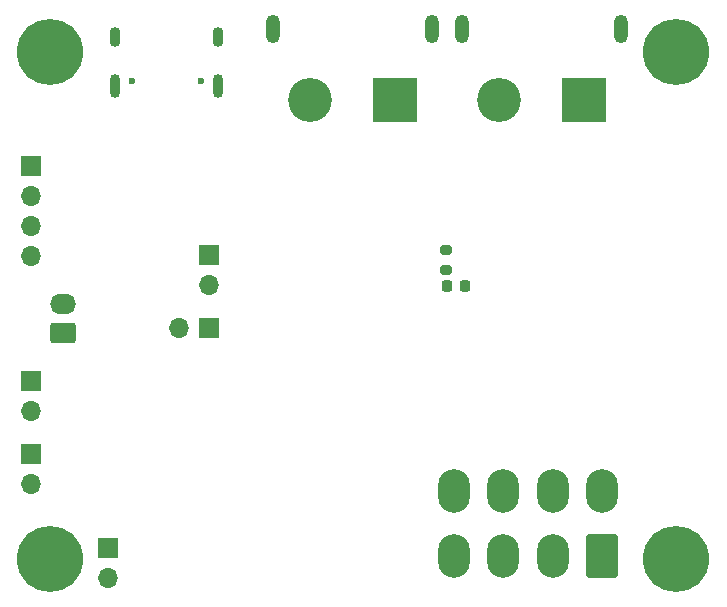
<source format=gbr>
%TF.GenerationSoftware,KiCad,Pcbnew,(7.0.0)*%
%TF.CreationDate,2023-09-07T01:40:49+01:00*%
%TF.ProjectId,PDU,5044552e-6b69-4636-9164-5f7063625858,rev?*%
%TF.SameCoordinates,Original*%
%TF.FileFunction,Soldermask,Bot*%
%TF.FilePolarity,Negative*%
%FSLAX46Y46*%
G04 Gerber Fmt 4.6, Leading zero omitted, Abs format (unit mm)*
G04 Created by KiCad (PCBNEW (7.0.0)) date 2023-09-07 01:40:49*
%MOMM*%
%LPD*%
G01*
G04 APERTURE LIST*
G04 Aperture macros list*
%AMRoundRect*
0 Rectangle with rounded corners*
0 $1 Rounding radius*
0 $2 $3 $4 $5 $6 $7 $8 $9 X,Y pos of 4 corners*
0 Add a 4 corners polygon primitive as box body*
4,1,4,$2,$3,$4,$5,$6,$7,$8,$9,$2,$3,0*
0 Add four circle primitives for the rounded corners*
1,1,$1+$1,$2,$3*
1,1,$1+$1,$4,$5*
1,1,$1+$1,$6,$7*
1,1,$1+$1,$8,$9*
0 Add four rect primitives between the rounded corners*
20,1,$1+$1,$2,$3,$4,$5,0*
20,1,$1+$1,$4,$5,$6,$7,0*
20,1,$1+$1,$6,$7,$8,$9,0*
20,1,$1+$1,$8,$9,$2,$3,0*%
G04 Aperture macros list end*
%ADD10RoundRect,0.200000X0.275000X-0.200000X0.275000X0.200000X-0.275000X0.200000X-0.275000X-0.200000X0*%
%ADD11RoundRect,0.225000X0.225000X0.250000X-0.225000X0.250000X-0.225000X-0.250000X0.225000X-0.250000X0*%
%ADD12C,0.600000*%
%ADD13O,0.900000X2.000000*%
%ADD14O,0.900000X1.700000*%
%ADD15RoundRect,0.250000X0.850000X0.600000X-0.850000X0.600000X-0.850000X-0.600000X0.850000X-0.600000X0*%
%ADD16O,2.200000X1.700000*%
%ADD17R,3.716000X3.716000*%
%ADD18C,3.716000*%
%ADD19O,1.200000X2.400000*%
%ADD20R,1.700000X1.700000*%
%ADD21O,1.700000X1.700000*%
%ADD22C,5.600000*%
%ADD23RoundRect,0.250001X1.099999X1.599999X-1.099999X1.599999X-1.099999X-1.599999X1.099999X-1.599999X0*%
%ADD24O,2.700000X3.700000*%
G04 APERTURE END LIST*
D10*
%TO.C,R37*%
X103530000Y-44960000D03*
X103530000Y-43310000D03*
%TD*%
D11*
%TO.C,C16*%
X103545000Y-46360000D03*
X105095000Y-46360000D03*
%TD*%
D12*
%TO.C,J3*%
X82720000Y-28950000D03*
X76940000Y-28950000D03*
D13*
X84149999Y-29429999D03*
D14*
X84149999Y-25259999D03*
D13*
X75509999Y-29429999D03*
D14*
X75509999Y-25259999D03*
%TD*%
D15*
%TO.C,J1*%
X71110000Y-50355000D03*
D16*
X71109999Y-47854999D03*
%TD*%
D17*
%TO.C,J7*%
X99159999Y-30569999D03*
D18*
X91960000Y-30570000D03*
D19*
X102309999Y-24569999D03*
X88809999Y-24569999D03*
%TD*%
D20*
%TO.C,ENJUMPER1*%
X83449999Y-43689999D03*
D21*
X83449999Y-46229999D03*
%TD*%
D20*
%TO.C,J2*%
X74909999Y-68559999D03*
D21*
X74909999Y-71099999D03*
%TD*%
D20*
%TO.C,J8*%
X68349999Y-36199999D03*
D21*
X68349999Y-38739999D03*
X68349999Y-41279999D03*
X68349999Y-43819999D03*
%TD*%
D22*
%TO.C,H3*%
X123000000Y-26500000D03*
%TD*%
%TO.C,H1*%
X70000000Y-69500000D03*
%TD*%
D20*
%TO.C,J6*%
X68389999Y-60589999D03*
D21*
X68389999Y-63129999D03*
%TD*%
D23*
%TO.C,J5*%
X116740000Y-69230000D03*
D24*
X112539999Y-69229999D03*
X108339999Y-69229999D03*
X104139999Y-69229999D03*
X116739999Y-63729999D03*
X112539999Y-63729999D03*
X108339999Y-63729999D03*
X104139999Y-63729999D03*
%TD*%
D20*
%TO.C,J4*%
X68389999Y-54419999D03*
D21*
X68389999Y-56959999D03*
%TD*%
D20*
%TO.C,BOOTJUMPER1*%
X83444999Y-49859999D03*
D21*
X80904999Y-49859999D03*
%TD*%
D22*
%TO.C,H2*%
X70000000Y-26500000D03*
%TD*%
D17*
%TO.C,J9*%
X115169999Y-30559999D03*
D18*
X107970000Y-30560000D03*
D19*
X118319999Y-24559999D03*
X104819999Y-24559999D03*
%TD*%
D22*
%TO.C,H4*%
X123000000Y-69500000D03*
%TD*%
M02*

</source>
